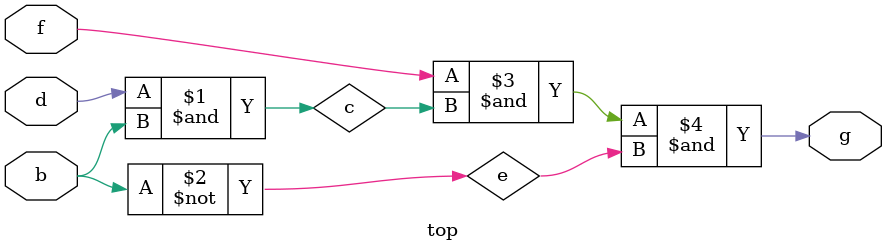
<source format=v>

module top (b, d, f, g);
    input b, d, f;
    output g;
    wire c, e;

    assign c = d & b;
    assign e = ~b;
    assign g = f & c & e;
endmodule
</source>
